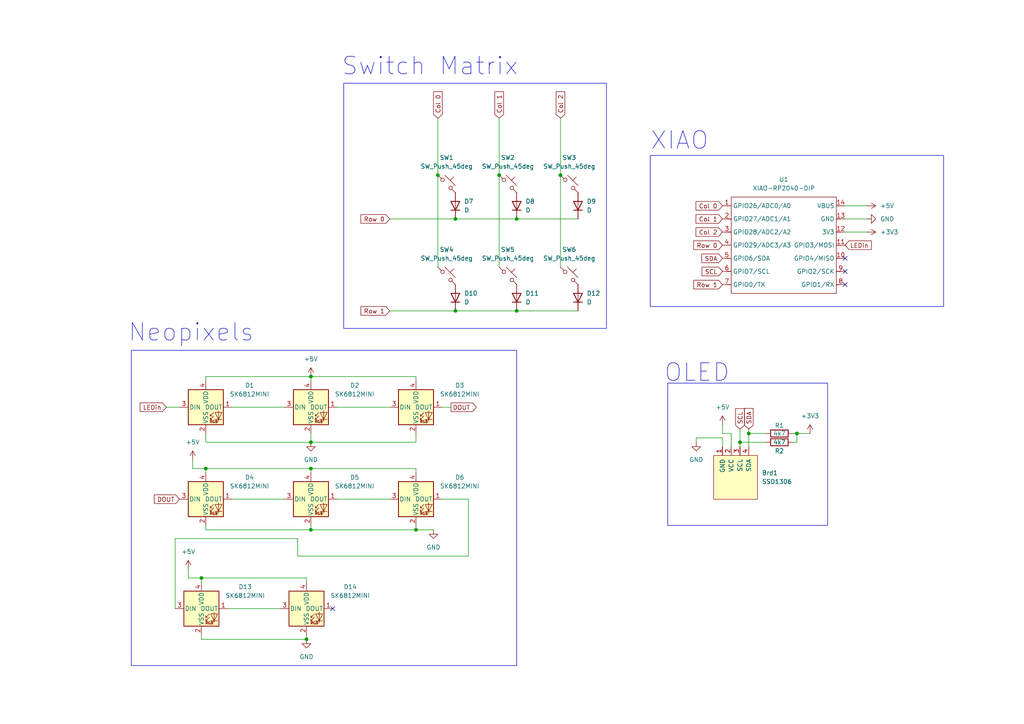
<source format=kicad_sch>
(kicad_sch (version 20231120) (generator "eeschema") (generator_version "8.0")
  (paper "A4")
  (lib_symbols
    (symbol "Device:D" (pin_numbers hide) (pin_names (offset 1.016) hide)
      (property "Reference" "D" (at 0 2.54 0))
      (property "Value" "D" (at 0 -2.54 0))
      (symbol "D_0_1"
        (polyline (pts (xy -1.27 1.27) (xy -1.27 -1.27)) (stroke (width 0.254)))
        (polyline (pts (xy 1.27 0) (xy -1.27 0)))
        (polyline (pts (xy 1.27 1.27) (xy 1.27 -1.27) (xy -1.27 0) (xy 1.27 1.27)) (stroke (width 0.254)))
      )
      (symbol "D_1_1"
        (pin passive line (at -3.81 0 0) (length 2.54) (name "K") (number "1"))
        (pin passive line (at 3.81 0 180) (length 2.54) (name "A") (number "2"))
      )
    )
    (symbol "Device:R" (pin_numbers hide) (pin_names (offset 0))
      (property "Reference" "R" (at 2.032 0 90))
      (property "Value" "R" (at 0 0 90))
      (symbol "R_0_1"
        (rectangle (start -1.016 -2.54) (end 1.016 2.54) (stroke (width 0.254)))
      )
      (symbol "R_1_1"
        (pin passive line (at 0 3.81 270) (length 1.27) (name "~") (number "1"))
        (pin passive line (at 0 -3.81 90) (length 1.27) (name "~") (number "2"))
      )
    )
    (symbol "LED:SK6812MINI" (pin_names (offset 0.254))
      (property "Reference" "D" (at 5.08 5.715 0))
      (property "Value" "SK6812MINI" (at 1.27 -5.715 0))
      (symbol "SK6812MINI_0_0"
        (text "RGB" (at 2.286 -4.191 0) (effects (font (size 0.762 0.762))))
      )
      (symbol "SK6812MINI_0_1"
        (polyline (pts (xy 1.27 -3.556) (xy 1.778 -3.556)))
        (polyline (pts (xy 1.27 -2.54) (xy 1.778 -2.54)))
        (polyline (pts (xy 4.699 -3.556) (xy 2.667 -3.556)))
        (polyline (pts (xy 2.286 -2.54) (xy 1.27 -3.556) (xy 1.27 -3.048)))
        (polyline (pts (xy 2.286 -1.524) (xy 1.27 -2.54) (xy 1.27 -2.032)))
        (polyline (pts (xy 3.683 -1.016) (xy 3.683 -3.556) (xy 3.683 -4.064)))
        (polyline (pts (xy 4.699 -1.524) (xy 2.667 -1.524) (xy 3.683 -3.556) (xy 4.699 -1.524)))
        (rectangle (start 5.08 5.08) (end -5.08 -5.08) (stroke (width 0.254)) (fill (type background)))
      )
      (symbol "SK6812MINI_1_1"
        (pin output line (at 7.62 0 180) (length 2.54) (name "DOUT") (number "1"))
        (pin power_in line (at 0 -7.62 90) (length 2.54) (name "VSS") (number "2"))
        (pin input line (at -7.62 0 0) (length 2.54) (name "DIN") (number "3"))
        (pin power_in line (at 0 7.62 270) (length 2.54) (name "VDD") (number "4"))
      )
    )
    (symbol "Switch:SW_Push_45deg" (pin_numbers hide) (pin_names (offset 1.016) hide)
      (property "Reference" "SW" (at 3.048 1.016 0))
      (property "Value" "SW_Push_45deg" (at 0 -3.81 0))
      (symbol "SW_Push_45deg_0_1"
        (circle (center -1.1684 1.1684) (radius 0.508))
        (polyline (pts (xy -0.508 2.54) (xy 2.54 -0.508)))
        (polyline (pts (xy 1.016 1.016) (xy 2.032 2.032)))
        (polyline (pts (xy -2.54 2.54) (xy -1.524 1.524) (xy -1.524 1.524)))
        (polyline (pts (xy 1.524 -1.524) (xy 2.54 -2.54) (xy 2.54 -2.54) (xy 2.54 -2.54)))
        (circle (center 1.143 -1.1938) (radius 0.508))
        (pin passive line (at -2.54 2.54 0) (length 0) (name "1") (number "1"))
        (pin passive line (at 2.54 -2.54 180) (length 0) (name "2") (number "2"))
      )
    )
    (symbol "oled:SSD1306" (pin_names (offset 1.016))
      (property "Reference" "Brd" (at 0 -3.81 0))
      (property "Value" "SSD1306" (at 0 -1.27 0))
      (symbol "SSD1306_0_1"
        (rectangle (start -6.35 6.35) (end 6.35 -6.35) (fill (type background)))
      )
      (symbol "SSD1306_1_1"
        (pin input line (at -3.81 8.89 270) (length 2.54) (name "GND") (number "1"))
        (pin input line (at -1.27 8.89 270) (length 2.54) (name "VCC") (number "2"))
        (pin input line (at 1.27 8.89 270) (length 2.54) (name "SCL") (number "3"))
        (pin input line (at 3.81 8.89 270) (length 2.54) (name "SDA") (number "4"))
      )
    )
    (symbol "power:+3V3" (power) (pin_numbers hide) (pin_names (offset 0) hide)
      (property "Value" "+3V3" (at 0 3.556 0))
      (symbol "+3V3_0_1"
        (polyline (pts (xy -0.762 1.27) (xy 0 2.54)))
        (polyline (pts (xy 0 0) (xy 0 2.54)))
        (polyline (pts (xy 0 2.54) (xy 0.762 1.27)))
      )
      (symbol "+3V3_1_1"
        (pin power_in line (at 0 0 90) (length 0) (name "~") (number "1"))
      )
    )
    (symbol "power:+5V" (power) (pin_numbers hide) (pin_names (offset 0) hide)
      (property "Value" "+5V" (at 0 3.556 0))
      (symbol "+5V_0_1"
        (polyline (pts (xy -0.762 1.27) (xy 0 2.54)))
        (polyline (pts (xy 0 0) (xy 0 2.54)))
        (polyline (pts (xy 0 2.54) (xy 0.762 1.27)))
      )
      (symbol "+5V_1_1"
        (pin power_in line (at 0 0 90) (length 0) (name "~") (number "1"))
      )
    )
    (symbol "power:GND" (power) (pin_numbers hide) (pin_names (offset 0) hide)
      (property "Value" "GND" (at 0 -3.81 0))
      (symbol "GND_0_1"
        (polyline (pts (xy 0 0) (xy 0 -1.27) (xy 1.27 -1.27) (xy 0 -2.54) (xy -1.27 -1.27) (xy 0 -1.27)))
      )
      (symbol "GND_1_1"
        (pin power_in line (at 0 0 270) (length 0) (name "~") (number "1"))
      )
    )
    (symbol "xiao:XIAO-RP2040-DIP"
      (property "Reference" "U" (at 0 0 0))
      (property "Value" "XIAO-RP2040-DIP" (at 5.334 -1.778 0))
      (symbol "XIAO-RP2040-DIP_1_0"
        (polyline (pts (xy -1.27 -30.48) (xy -1.27 -16.51)) (stroke (width 0.1524)))
        (polyline (pts (xy -1.27 -27.94) (xy -2.54 -27.94)) (stroke (width 0.1524)))
        (polyline (pts (xy -1.27 -24.13) (xy -2.54 -24.13)) (stroke (width 0.1524)))
        (polyline (pts (xy -1.27 -20.32) (xy -2.54 -20.32)) (stroke (width 0.1524)))
        (polyline (pts (xy -1.27 -16.51) (xy -2.54 -16.51)) (stroke (width 0.1524)))
        (polyline (pts (xy -1.27 -16.51) (xy -1.27 -12.7)) (stroke (width 0.1524)))
        (polyline (pts (xy -1.27 -12.7) (xy -2.54 -12.7)) (stroke (width 0.1524)))
        (polyline (pts (xy -1.27 -12.7) (xy -1.27 -8.89)) (stroke (width 0.1524)))
        (polyline (pts (xy -1.27 -8.89) (xy -2.54 -8.89)) (stroke (width 0.1524)))
        (polyline (pts (xy -1.27 -8.89) (xy -1.27 -5.08)) (stroke (width 0.1524)))
        (polyline (pts (xy -1.27 -5.08) (xy -2.54 -5.08)) (stroke (width 0.1524)))
        (polyline (pts (xy -1.27 -5.08) (xy -1.27 -2.54)) (stroke (width 0.1524)))
        (polyline (pts (xy -1.27 -2.54) (xy 29.21 -2.54)) (stroke (width 0.1524)))
        (polyline (pts (xy 29.21 -30.48) (xy -1.27 -30.48)) (stroke (width 0.1524)))
        (polyline (pts (xy 29.21 -12.7) (xy 29.21 -30.48)) (stroke (width 0.1524)))
        (polyline (pts (xy 29.21 -8.89) (xy 29.21 -12.7)) (stroke (width 0.1524)))
        (polyline (pts (xy 29.21 -5.08) (xy 29.21 -8.89)) (stroke (width 0.1524)))
        (polyline (pts (xy 29.21 -2.54) (xy 29.21 -5.08)) (stroke (width 0.1524)))
        (polyline (pts (xy 30.48 -27.94) (xy 29.21 -27.94)) (stroke (width 0.1524)))
        (polyline (pts (xy 30.48 -24.13) (xy 29.21 -24.13)) (stroke (width 0.1524)))
        (polyline (pts (xy 30.48 -20.32) (xy 29.21 -20.32)) (stroke (width 0.1524)))
        (polyline (pts (xy 30.48 -16.51) (xy 29.21 -16.51)) (stroke (width 0.1524)))
        (polyline (pts (xy 30.48 -12.7) (xy 29.21 -12.7)) (stroke (width 0.1524)))
        (polyline (pts (xy 30.48 -8.89) (xy 29.21 -8.89)) (stroke (width 0.1524)))
        (polyline (pts (xy 30.48 -5.08) (xy 29.21 -5.08)) (stroke (width 0.1524)))
        (pin passive line (at -3.81 -5.08 0) (length 2.54) (name "GPIO26/ADC0/A0") (number "1"))
        (pin passive line (at 31.75 -20.32 180) (length 2.54) (name "GPIO4/MISO") (number "10"))
        (pin passive line (at 31.75 -16.51 180) (length 2.54) (name "GPIO3/MOSI") (number "11"))
        (pin passive line (at 31.75 -12.7 180) (length 2.54) (name "3V3") (number "12"))
        (pin passive line (at 31.75 -8.89 180) (length 2.54) (name "GND") (number "13"))
        (pin passive line (at 31.75 -5.08 180) (length 2.54) (name "VBUS") (number "14"))
        (pin passive line (at -3.81 -8.89 0) (length 2.54) (name "GPIO27/ADC1/A1") (number "2"))
        (pin passive line (at -3.81 -12.7 0) (length 2.54) (name "GPIO28/ADC2/A2") (number "3"))
        (pin passive line (at -3.81 -16.51 0) (length 2.54) (name "GPIO29/ADC3/A3") (number "4"))
        (pin passive line (at -3.81 -20.32 0) (length 2.54) (name "GPIO6/SDA") (number "5"))
        (pin passive line (at -3.81 -24.13 0) (length 2.54) (name "GPIO7/SCL") (number "6"))
        (pin passive line (at -3.81 -27.94 0) (length 2.54) (name "GPIO0/TX") (number "7"))
        (pin passive line (at 31.75 -27.94 180) (length 2.54) (name "GPIO1/RX") (number "8"))
        (pin passive line (at 31.75 -24.13 180) (length 2.54) (name "GPIO2/SCK") (number "9"))
      )
    )
  )
  (junction (at 214.63 128.27))
  (junction (at 90.17 153.67))
  (junction (at 120.65 153.67))
  (junction (at 90.17 135.89))
  (junction (at 132.08 63.5))
  (junction (at 59.69 135.89))
  (junction (at 58.42 167.64))
  (junction (at 90.17 128.27))
  (junction (at 127 50.8))
  (junction (at 90.17 109.22))
  (junction (at 132.08 90.17))
  (junction (at 88.9 185.42))
  (junction (at 231.14 125.73))
  (junction (at 162.56 50.8))
  (junction (at 144.78 50.8))
  (junction (at 217.17 125.73))
  (junction (at 149.86 63.5))
  (junction (at 149.86 90.17))
  (no_connect (at 245.11 74.93))
  (no_connect (at 96.52 176.53))
  (no_connect (at 245.11 82.55))
  (no_connect (at 245.11 78.74))
  (wire (pts (xy 144.78 50.8) (xy 144.78 77.47)))
  (wire (pts (xy 127 50.8) (xy 127 77.47)))
  (wire (pts (xy 59.69 153.67) (xy 90.17 153.67)))
  (wire (pts (xy 231.14 125.73) (xy 231.14 128.27)))
  (wire (pts (xy 90.17 109.22) (xy 90.17 110.49)))
  (wire (pts (xy 201.93 127) (xy 209.55 127)))
  (wire (pts (xy 120.65 153.67) (xy 125.73 153.67)))
  (wire (pts (xy 59.69 135.89) (xy 90.17 135.89)))
  (wire (pts (xy 59.69 128.27) (xy 90.17 128.27)))
  (wire (pts (xy 59.69 110.49) (xy 59.69 109.22)))
  (wire (pts (xy 120.65 135.89) (xy 120.65 137.16)))
  (wire (pts (xy 113.03 63.5) (xy 132.08 63.5)))
  (wire (pts (xy 113.03 90.17) (xy 132.08 90.17)))
  (wire (pts (xy 86.36 161.29) (xy 86.36 156.21)))
  (wire (pts (xy 229.87 125.73) (xy 231.14 125.73)))
  (wire (pts (xy 90.17 135.89) (xy 120.65 135.89)))
  (wire (pts (xy 217.17 124.46) (xy 217.17 125.73)))
  (wire (pts (xy 209.55 127) (xy 209.55 129.54)))
  (wire (pts (xy 59.69 152.4) (xy 59.69 153.67)))
  (wire (pts (xy 128.27 144.78) (xy 135.89 144.78)))
  (wire (pts (xy 58.42 185.42) (xy 88.9 185.42)))
  (wire (pts (xy 97.79 144.78) (xy 113.03 144.78)))
  (wire (pts (xy 58.42 167.64) (xy 54.61 167.64)))
  (wire (pts (xy 97.79 118.11) (xy 113.03 118.11)))
  (wire (pts (xy 88.9 184.15) (xy 88.9 185.42)))
  (wire (pts (xy 214.63 128.27) (xy 214.63 129.54)))
  (wire (pts (xy 90.17 135.89) (xy 90.17 137.16)))
  (wire (pts (xy 245.11 59.69) (xy 251.46 59.69)))
  (wire (pts (xy 120.65 109.22) (xy 120.65 110.49)))
  (wire (pts (xy 162.56 34.29) (xy 162.56 50.8)))
  (wire (pts (xy 217.17 125.73) (xy 217.17 129.54)))
  (wire (pts (xy 162.56 50.8) (xy 162.56 77.47)))
  (wire (pts (xy 90.17 128.27) (xy 120.65 128.27)))
  (wire (pts (xy 86.36 161.29) (xy 135.89 161.29)))
  (wire (pts (xy 209.55 125.73) (xy 212.09 125.73)))
  (wire (pts (xy 88.9 167.64) (xy 88.9 168.91)))
  (wire (pts (xy 214.63 128.27) (xy 222.25 128.27)))
  (wire (pts (xy 120.65 128.27) (xy 120.65 125.73)))
  (wire (pts (xy 132.08 90.17) (xy 149.86 90.17)))
  (wire (pts (xy 59.69 125.73) (xy 59.69 128.27)))
  (wire (pts (xy 217.17 125.73) (xy 222.25 125.73)))
  (wire (pts (xy 127 34.29) (xy 127 50.8)))
  (wire (pts (xy 90.17 125.73) (xy 90.17 128.27)))
  (wire (pts (xy 48.26 118.11) (xy 52.07 118.11)))
  (wire (pts (xy 120.65 153.67) (xy 120.65 152.4)))
  (wire (pts (xy 58.42 168.91) (xy 58.42 167.64)))
  (wire (pts (xy 58.42 167.64) (xy 88.9 167.64)))
  (wire (pts (xy 245.11 67.31) (xy 251.46 67.31)))
  (wire (pts (xy 67.31 144.78) (xy 82.55 144.78)))
  (wire (pts (xy 59.69 135.89) (xy 55.88 135.89)))
  (wire (pts (xy 132.08 63.5) (xy 149.86 63.5)))
  (wire (pts (xy 212.09 125.73) (xy 212.09 129.54)))
  (wire (pts (xy 201.93 128.27) (xy 201.93 127)))
  (wire (pts (xy 144.78 34.29) (xy 144.78 50.8)))
  (wire (pts (xy 59.69 109.22) (xy 90.17 109.22)))
  (wire (pts (xy 55.88 133.35) (xy 55.88 135.89)))
  (wire (pts (xy 214.63 124.46) (xy 214.63 128.27)))
  (wire (pts (xy 231.14 128.27) (xy 229.87 128.27)))
  (wire (pts (xy 90.17 109.22) (xy 120.65 109.22)))
  (wire (pts (xy 90.17 152.4) (xy 90.17 153.67)))
  (wire (pts (xy 50.8 156.21) (xy 50.8 176.53)))
  (wire (pts (xy 86.36 156.21) (xy 50.8 156.21)))
  (wire (pts (xy 58.42 184.15) (xy 58.42 185.42)))
  (wire (pts (xy 234.95 125.73) (xy 231.14 125.73)))
  (wire (pts (xy 128.27 118.11) (xy 130.81 118.11)))
  (wire (pts (xy 59.69 137.16) (xy 59.69 135.89)))
  (wire (pts (xy 149.86 90.17) (xy 167.64 90.17)))
  (wire (pts (xy 245.11 63.5) (xy 251.46 63.5)))
  (wire (pts (xy 149.86 63.5) (xy 167.64 63.5)))
  (wire (pts (xy 209.55 123.19) (xy 209.55 125.73)))
  (wire (pts (xy 66.04 176.53) (xy 81.28 176.53)))
  (wire (pts (xy 135.89 144.78) (xy 135.89 161.29)))
  (wire (pts (xy 67.31 118.11) (xy 82.55 118.11)))
  (wire (pts (xy 54.61 165.1) (xy 54.61 167.64)))
  (wire (pts (xy 90.17 153.67) (xy 120.65 153.67)))
  (rectangle (start 38.1 101.6) (end 149.86 193.04))
  (rectangle (start 188.595 45.085) (end 273.685 88.9))
  (rectangle (start 193.675 111.125) (end 240.03 152.4))
  (rectangle (start 99.695 24.13) (end 175.895 95.25))
  (text "OLED\n" (at 202.184 108.204 0) (effects (font (size 5.08 5.08))))
  (text "Neopixels	" (at 67.056 96.52 0) (effects (font (size 5.08 5.08))))
  (text "Switch Matrix" (at 124.714 19.304 0) (effects (font (size 5.08 5.08))))
  (text "XIAO" (at 197.104 40.894 0) (effects (font (size 5.08 5.08))))
  (global_label "LEDin" (shape input) (at 48.26 118.11 180) (property "Intersheetrefs" "${INTERSHEET_REFS}" (effects (hide yes))))
  (global_label "Row 1" (shape input) (at 209.55 82.55 180) (property "Intersheetrefs" "${INTERSHEET_REFS}" (effects (hide yes))))
  (global_label "DOUT" (shape output) (at 130.81 118.11 0) (property "Intersheetrefs" "${INTERSHEET_REFS}" (effects (hide yes))))
  (global_label "Col 1" (shape input) (at 209.55 63.5 180) (property "Intersheetrefs" "${INTERSHEET_REFS}" (effects (hide yes))))
  (global_label "Row 1" (shape input) (at 113.03 90.17 180) (property "Intersheetrefs" "${INTERSHEET_REFS}" (effects (hide yes))))
  (global_label "SCL" (shape input) (at 209.55 78.74 180) (property "Intersheetrefs" "${INTERSHEET_REFS}" (effects (hide yes))))
  (global_label "SCL" (shape input) (at 214.63 124.46 90) (property "Intersheetrefs" "${INTERSHEET_REFS}" (effects (hide yes))))
  (global_label "Col 0" (shape input) (at 209.55 59.69 180) (property "Intersheetrefs" "${INTERSHEET_REFS}" (effects (hide yes))))
  (global_label "SDA" (shape input) (at 209.55 74.93 180) (property "Intersheetrefs" "${INTERSHEET_REFS}" (effects (hide yes))))
  (global_label "Col 2" (shape input) (at 162.56 34.29 90) (property "Intersheetrefs" "${INTERSHEET_REFS}" (effects (hide yes))))
  (global_label "SDA" (shape input) (at 217.17 124.46 90) (property "Intersheetrefs" "${INTERSHEET_REFS}" (effects (hide yes))))
  (global_label "Col 1" (shape input) (at 144.78 34.29 90) (property "Intersheetrefs" "${INTERSHEET_REFS}" (effects (hide yes))))
  (global_label "Row 0" (shape input) (at 209.55 71.12 180) (property "Intersheetrefs" "${INTERSHEET_REFS}" (effects (hide yes))))
  (global_label "Col 0" (shape input) (at 127 34.29 90) (property "Intersheetrefs" "${INTERSHEET_REFS}" (effects (hide yes))))
  (global_label "Col 2" (shape input) (at 209.55 67.31 180) (property "Intersheetrefs" "${INTERSHEET_REFS}" (effects (hide yes))))
  (global_label "DOUT" (shape input) (at 52.07 144.78 180) (property "Intersheetrefs" "${INTERSHEET_REFS}" (effects (hide yes))))
  (global_label "LEDin" (shape input) (at 245.11 71.12 0) (property "Intersheetrefs" "${INTERSHEET_REFS}" (effects (hide yes))))
  (global_label "Row 0" (shape input) (at 113.03 63.5 180) (property "Intersheetrefs" "${INTERSHEET_REFS}" (effects (hide yes))))
  (symbol (lib_id "LED:SK6812MINI") (at 120.65 118.11 0) (unit 1)
    (property "Reference" "D3" (at 133.35 111.7914 0))
    (property "Value" "SK6812MINI" (at 133.35 114.3314 0))
    (property "Footprint" "cyao:SK6812MINI-E" (effects (hide yes)))
    (property "Datasheet" "https://cdn-shop.adafruit.com/product-files/2686/SK6812MINI_REV.01-1-2.pdf" (effects (hide yes)))
    (property "Description" "RGB LED with integrated controller" (effects (hide yes)))
  )
  (symbol (lib_id "power:GND") (at 251.46 63.5 90) (unit 1)
    (property "Reference" "#PWR02" (effects (hide yes)))
    (property "Value" "GND" (at 255.27 63.4999 90) (effects (justify right)))
    (property "Description" "Power symbol creates a global label with name \"GND\" , ground" (effects (hide yes)))
  )
  (symbol (lib_id "Switch:SW_Push_45deg") (at 129.54 80.01 0) (unit 1)
    (property "Reference" "SW4" (at 129.54 72.39 0))
    (property "Value" "SW_Push_45deg" (at 129.54 74.93 0))
    (property "Footprint" "mx:MX-Solderable-1U" (effects (hide yes)))
    (property "Description" "Push button switch, normally open, two pins, 45° tilted" (effects (hide yes)))
  )
  (symbol (lib_id "power:+5V") (at 55.88 133.35 0) (unit 1)
    (property "Reference" "#PWR06" (effects (hide yes)))
    (property "Value" "+5V" (at 55.88 128.27 0))
    (property "Description" "Power symbol creates a global label with name \"+5V\"" (effects (hide yes)))
  )
  (symbol (lib_id "LED:SK6812MINI") (at 58.42 176.53 0) (unit 1)
    (property "Reference" "D13" (at 71.12 170.2114 0))
    (property "Value" "SK6812MINI" (at 71.12 172.7514 0))
    (property "Footprint" "cyao:SK6812MINI-E" (effects (hide yes)))
    (property "Datasheet" "https://cdn-shop.adafruit.com/product-files/2686/SK6812MINI_REV.01-1-2.pdf" (effects (hide yes)))
    (property "Description" "RGB LED with integrated controller" (effects (hide yes)))
  )
  (symbol (lib_id "power:+5V") (at 251.46 59.69 270) (unit 1)
    (property "Reference" "#PWR01" (effects (hide yes)))
    (property "Value" "+5V" (at 255.27 59.6899 90) (effects (justify left)))
    (property "Description" "Power symbol creates a global label with name \"+5V\"" (effects (hide yes)))
  )
  (symbol (lib_id "LED:SK6812MINI") (at 90.17 118.11 0) (unit 1)
    (property "Reference" "D2" (at 102.87 111.7914 0))
    (property "Value" "SK6812MINI" (at 102.87 114.3314 0))
    (property "Footprint" "cyao:SK6812MINI-E" (effects (hide yes)))
    (property "Datasheet" "https://cdn-shop.adafruit.com/product-files/2686/SK6812MINI_REV.01-1-2.pdf" (effects (hide yes)))
    (property "Description" "RGB LED with integrated controller" (effects (hide yes)))
  )
  (symbol (lib_id "LED:SK6812MINI") (at 120.65 144.78 0) (unit 1)
    (property "Reference" "D6" (at 133.35 138.4614 0))
    (property "Value" "SK6812MINI" (at 133.35 141.0014 0))
    (property "Footprint" "cyao:SK6812MINI-E" (effects (hide yes)))
    (property "Datasheet" "https://cdn-shop.adafruit.com/product-files/2686/SK6812MINI_REV.01-1-2.pdf" (effects (hide yes)))
    (property "Description" "RGB LED with integrated controller" (effects (hide yes)))
  )
  (symbol (lib_id "Device:D") (at 149.86 86.36 90) (unit 1)
    (property "Reference" "D11" (at 152.4 85.0899 90) (effects (justify right)))
    (property "Value" "D" (at 152.4 87.6299 90) (effects (justify right)))
    (property "Footprint" "Diode_THT:D_DO-35_SOD27_P7.62mm_Horizontal" (effects (hide yes)))
    (property "Description" "Diode" (effects (hide yes)))
    (property "Sim.Device" "D" (effects (hide yes)))
    (property "Sim.Pins" "1=K 2=A" (effects (hide yes)))
  )
  (symbol (lib_id "Device:D") (at 132.08 59.69 90) (unit 1)
    (property "Reference" "D7" (at 134.62 58.4199 90) (effects (justify right)))
    (property "Value" "D" (at 134.62 60.9599 90) (effects (justify right)))
    (property "Footprint" "Diode_THT:D_DO-35_SOD27_P7.62mm_Horizontal" (effects (hide yes)))
    (property "Description" "Diode" (effects (hide yes)))
    (property "Sim.Device" "D" (effects (hide yes)))
    (property "Sim.Pins" "1=K 2=A" (effects (hide yes)))
  )
  (symbol (lib_id "power:GND") (at 125.73 153.67 0) (unit 1)
    (property "Reference" "#PWR07" (effects (hide yes)))
    (property "Value" "GND" (at 125.73 158.75 0))
    (property "Description" "Power symbol creates a global label with name \"GND\" , ground" (effects (hide yes)))
  )
  (symbol (lib_id "oled:SSD1306") (at 213.36 138.43 0) (unit 1)
    (property "Reference" "Brd1" (at 220.98 137.1599 0) (effects (justify left)))
    (property "Value" "SSD1306" (at 220.98 139.6999 0) (effects (justify left)))
    (property "Footprint" "oled:SSD1306-0.91-OLED-4pin-128x32" (effects (hide yes)))
    (property "Description" "SSD1306 OLED" (effects (hide yes)))
  )
  (symbol (lib_id "power:+5V") (at 54.61 165.1 0) (unit 1)
    (property "Reference" "#PWR010" (effects (hide yes)))
    (property "Value" "+5V" (at 54.61 160.02 0))
    (property "Description" "Power symbol creates a global label with name \"+5V\"" (effects (hide yes)))
  )
  (symbol (lib_id "LED:SK6812MINI") (at 90.17 144.78 0) (unit 1)
    (property "Reference" "D5" (at 102.87 138.4614 0))
    (property "Value" "SK6812MINI" (at 102.87 141.0014 0))
    (property "Footprint" "cyao:SK6812MINI-E" (effects (hide yes)))
    (property "Datasheet" "https://cdn-shop.adafruit.com/product-files/2686/SK6812MINI_REV.01-1-2.pdf" (effects (hide yes)))
    (property "Description" "RGB LED with integrated controller" (effects (hide yes)))
  )
  (symbol (lib_id "Switch:SW_Push_45deg") (at 147.32 53.34 0) (unit 1)
    (property "Reference" "SW2" (at 147.32 45.72 0))
    (property "Value" "SW_Push_45deg" (at 147.32 48.26 0))
    (property "Footprint" "mx:MX-Solderable-1U" (effects (hide yes)))
    (property "Description" "Push button switch, normally open, two pins, 45° tilted" (effects (hide yes)))
  )
  (symbol (lib_id "Device:D") (at 132.08 86.36 90) (unit 1)
    (property "Reference" "D10" (at 134.62 85.0899 90) (effects (justify right)))
    (property "Value" "D" (at 134.62 87.6299 90) (effects (justify right)))
    (property "Footprint" "Diode_THT:D_DO-35_SOD27_P7.62mm_Horizontal" (effects (hide yes)))
    (property "Description" "Diode" (effects (hide yes)))
    (property "Sim.Device" "D" (effects (hide yes)))
    (property "Sim.Pins" "1=K 2=A" (effects (hide yes)))
  )
  (symbol (lib_id "LED:SK6812MINI") (at 59.69 144.78 0) (unit 1)
    (property "Reference" "D4" (at 72.39 138.4614 0))
    (property "Value" "SK6812MINI" (at 72.39 141.0014 0))
    (property "Footprint" "cyao:SK6812MINI-E" (effects (hide yes)))
    (property "Datasheet" "https://cdn-shop.adafruit.com/product-files/2686/SK6812MINI_REV.01-1-2.pdf" (effects (hide yes)))
    (property "Description" "RGB LED with integrated controller" (effects (hide yes)))
  )
  (symbol (lib_id "Device:R") (at 226.06 125.73 90) (unit 1)
    (property "Reference" "R1" (at 226.06 123.444 90))
    (property "Value" "4k7" (at 226.06 125.73 90))
    (property "Footprint" "Resistor_THT:R_Axial_DIN0204_L3.6mm_D1.6mm_P7.62mm_Horizontal" (effects (hide yes)))
    (property "Description" "Resistor" (effects (hide yes)))
  )
  (symbol (lib_id "Device:D") (at 167.64 86.36 90) (unit 1)
    (property "Reference" "D12" (at 170.18 85.0899 90) (effects (justify right)))
    (property "Value" "D" (at 170.18 87.6299 90) (effects (justify right)))
    (property "Footprint" "Diode_THT:D_DO-35_SOD27_P7.62mm_Horizontal" (effects (hide yes)))
    (property "Description" "Diode" (effects (hide yes)))
    (property "Sim.Device" "D" (effects (hide yes)))
    (property "Sim.Pins" "1=K 2=A" (effects (hide yes)))
  )
  (symbol (lib_id "power:+5V") (at 90.17 109.22 0) (unit 1)
    (property "Reference" "#PWR04" (effects (hide yes)))
    (property "Value" "+5V" (at 90.17 104.14 0))
    (property "Description" "Power symbol creates a global label with name \"+5V\"" (effects (hide yes)))
  )
  (symbol (lib_id "Device:D") (at 149.86 59.69 90) (unit 1)
    (property "Reference" "D8" (at 152.4 58.4199 90) (effects (justify right)))
    (property "Value" "D" (at 152.4 60.9599 90) (effects (justify right)))
    (property "Footprint" "Diode_THT:D_DO-35_SOD27_P7.62mm_Horizontal" (effects (hide yes)))
    (property "Description" "Diode" (effects (hide yes)))
    (property "Sim.Device" "D" (effects (hide yes)))
    (property "Sim.Pins" "1=K 2=A" (effects (hide yes)))
  )
  (symbol (lib_id "power:+5V") (at 209.55 123.19 0) (unit 1)
    (property "Reference" "#PWR08" (effects (hide yes)))
    (property "Value" "+5V" (at 209.55 118.11 0))
    (property "Description" "Power symbol creates a global label with name \"+5V\"" (effects (hide yes)))
  )
  (symbol (lib_id "LED:SK6812MINI") (at 59.69 118.11 0) (unit 1)
    (property "Reference" "D1" (at 72.39 111.7914 0))
    (property "Value" "SK6812MINI" (at 72.39 114.3314 0))
    (property "Footprint" "cyao:SK6812MINI-E" (effects (hide yes)))
    (property "Datasheet" "https://cdn-shop.adafruit.com/product-files/2686/SK6812MINI_REV.01-1-2.pdf" (effects (hide yes)))
    (property "Description" "RGB LED with integrated controller" (effects (hide yes)))
  )
  (symbol (lib_id "Switch:SW_Push_45deg") (at 147.32 80.01 0) (unit 1)
    (property "Reference" "SW5" (at 147.32 72.39 0))
    (property "Value" "SW_Push_45deg" (at 147.32 74.93 0))
    (property "Footprint" "mx:MX-Solderable-1U" (effects (hide yes)))
    (property "Description" "Push button switch, normally open, two pins, 45° tilted" (effects (hide yes)))
  )
  (symbol (lib_id "Device:D") (at 167.64 59.69 90) (unit 1)
    (property "Reference" "D9" (at 170.18 58.4199 90) (effects (justify right)))
    (property "Value" "D" (at 170.18 60.9599 90) (effects (justify right)))
    (property "Footprint" "Diode_THT:D_DO-35_SOD27_P7.62mm_Horizontal" (effects (hide yes)))
    (property "Description" "Diode" (effects (hide yes)))
    (property "Sim.Device" "D" (effects (hide yes)))
    (property "Sim.Pins" "1=K 2=A" (effects (hide yes)))
  )
  (symbol (lib_id "power:GND") (at 201.93 128.27 0) (unit 1)
    (property "Reference" "#PWR09" (effects (hide yes)))
    (property "Value" "GND" (at 201.93 133.35 0))
    (property "Description" "Power symbol creates a global label with name \"GND\" , ground" (effects (hide yes)))
  )
  (symbol (lib_id "power:GND") (at 88.9 185.42 0) (unit 1)
    (property "Reference" "#PWR012" (effects (hide yes)))
    (property "Value" "GND" (at 88.9 190.5 0))
    (property "Description" "Power symbol creates a global label with name \"GND\" , ground" (effects (hide yes)))
  )
  (symbol (lib_id "Switch:SW_Push_45deg") (at 165.1 80.01 0) (unit 1)
    (property "Reference" "SW6" (at 165.1 72.39 0))
    (property "Value" "SW_Push_45deg" (at 165.1 74.93 0))
    (property "Footprint" "mx:MX-Solderable-1U" (effects (hide yes)))
    (property "Description" "Push button switch, normally open, two pins, 45° tilted" (effects (hide yes)))
  )
  (symbol (lib_id "xiao:XIAO-RP2040-DIP") (at 213.36 54.61 0) (unit 1)
    (property "Reference" "U1" (at 227.33 52.07 0))
    (property "Value" "XIAO-RP2040-DIP" (at 227.33 54.61 0))
    (property "Footprint" "xiao:XIAO-RP2040-DIP" (effects (hide yes)))
  )
  (symbol (lib_id "Device:R") (at 226.06 128.27 90) (mirror x) (unit 1)
    (property "Reference" "R2" (at 226.06 130.81 90))
    (property "Value" "4k7" (at 226.06 128.27 90))
    (property "Footprint" "Resistor_THT:R_Axial_DIN0204_L3.6mm_D1.6mm_P7.62mm_Horizontal" (effects (hide yes)))
    (property "Description" "Resistor" (effects (hide yes)))
  )
  (symbol (lib_id "Switch:SW_Push_45deg") (at 129.54 53.34 0) (unit 1)
    (property "Reference" "SW1" (at 129.54 45.72 0))
    (property "Value" "SW_Push_45deg" (at 129.54 48.26 0))
    (property "Footprint" "mx:MX-Solderable-1U" (effects (hide yes)))
    (property "Description" "Push button switch, normally open, two pins, 45° tilted" (effects (hide yes)))
  )
  (symbol (lib_id "power:+3V3") (at 251.46 67.31 270) (unit 1)
    (property "Reference" "#PWR03" (effects (hide yes)))
    (property "Value" "+3V3" (at 255.27 67.3099 90) (effects (justify left)))
    (property "Description" "Power symbol creates a global label with name \"+3V3\"" (effects (hide yes)))
  )
  (symbol (lib_id "Switch:SW_Push_45deg") (at 165.1 53.34 0) (unit 1)
    (property "Reference" "SW3" (at 165.1 45.72 0))
    (property "Value" "SW_Push_45deg" (at 165.1 48.26 0))
    (property "Footprint" "mx:MX-Solderable-1U" (effects (hide yes)))
    (property "Description" "Push button switch, normally open, two pins, 45° tilted" (effects (hide yes)))
  )
  (symbol (lib_id "power:GND") (at 90.17 128.27 0) (unit 1)
    (property "Reference" "#PWR05" (effects (hide yes)))
    (property "Value" "GND" (at 90.17 133.35 0))
    (property "Description" "Power symbol creates a global label with name \"GND\" , ground" (effects (hide yes)))
  )
  (symbol (lib_id "LED:SK6812MINI") (at 88.9 176.53 0) (unit 1)
    (property "Reference" "D14" (at 101.6 170.2114 0))
    (property "Value" "SK6812MINI" (at 101.6 172.7514 0))
    (property "Footprint" "cyao:SK6812MINI-E" (effects (hide yes)))
    (property "Datasheet" "https://cdn-shop.adafruit.com/product-files/2686/SK6812MINI_REV.01-1-2.pdf" (effects (hide yes)))
    (property "Description" "RGB LED with integrated controller" (effects (hide yes)))
  )
  (symbol (lib_id "power:+3V3") (at 234.95 125.73 0) (unit 1)
    (property "Reference" "#PWR011" (effects (hide yes)))
    (property "Value" "+3V3" (at 234.95 120.65 0))
    (property "Description" "Power symbol creates a global label with name \"+3V3\"" (effects (hide yes)))
  )
)
</source>
